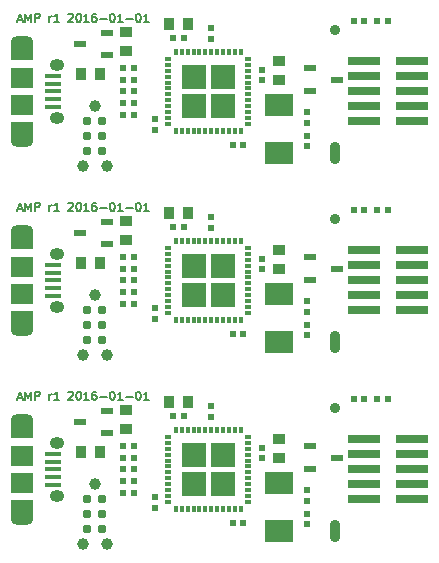
<source format=gts>
G04 #@! TF.FileFunction,Soldermask,Top*
%FSLAX46Y46*%
G04 Gerber Fmt 4.6, Leading zero omitted, Abs format (unit mm)*
G04 Created by KiCad (PCBNEW 0.201512311516+6410~40~ubuntu14.04.1-stable) date Sun 03 Jan 2016 08:23:42 GMT*
%MOMM*%
G01*
G04 APERTURE LIST*
%ADD10C,0.100000*%
%ADD11C,0.150000*%
%ADD12R,0.950000X1.000000*%
%ADD13R,1.000000X0.950000*%
%ADD14R,0.620000X0.620000*%
%ADD15R,1.000000X0.600000*%
%ADD16C,0.787000*%
%ADD17C,1.000000*%
%ADD18R,2.400000X1.900000*%
%ADD19R,2.790000X0.740000*%
%ADD20R,1.350000X0.400000*%
%ADD21O,1.250000X1.000000*%
%ADD22R,1.900000X1.800000*%
%ADD23R,1.900000X1.575000*%
%ADD24O,1.900000X1.000000*%
%ADD25C,0.900000*%
%ADD26O,0.900000X1.900000*%
%ADD27R,0.550000X0.300000*%
%ADD28R,0.300000X0.550000*%
%ADD29R,2.002000X2.002000*%
G04 APERTURE END LIST*
D10*
D11*
X101133333Y-93916667D02*
X101466667Y-93916667D01*
X101066667Y-94116667D02*
X101300000Y-93416667D01*
X101533333Y-94116667D01*
X101766667Y-94116667D02*
X101766667Y-93416667D01*
X102000000Y-93916667D01*
X102233333Y-93416667D01*
X102233333Y-94116667D01*
X102566667Y-94116667D02*
X102566667Y-93416667D01*
X102833333Y-93416667D01*
X102900000Y-93450000D01*
X102933333Y-93483333D01*
X102966667Y-93550000D01*
X102966667Y-93650000D01*
X102933333Y-93716667D01*
X102900000Y-93750000D01*
X102833333Y-93783333D01*
X102566667Y-93783333D01*
X103800000Y-94116667D02*
X103800000Y-93650000D01*
X103800000Y-93783333D02*
X103833333Y-93716667D01*
X103866666Y-93683333D01*
X103933333Y-93650000D01*
X104000000Y-93650000D01*
X104599999Y-94116667D02*
X104199999Y-94116667D01*
X104399999Y-94116667D02*
X104399999Y-93416667D01*
X104333333Y-93516667D01*
X104266666Y-93583333D01*
X104199999Y-93616667D01*
X105399999Y-93483333D02*
X105433333Y-93450000D01*
X105499999Y-93416667D01*
X105666666Y-93416667D01*
X105733333Y-93450000D01*
X105766666Y-93483333D01*
X105799999Y-93550000D01*
X105799999Y-93616667D01*
X105766666Y-93716667D01*
X105366666Y-94116667D01*
X105799999Y-94116667D01*
X106233333Y-93416667D02*
X106300000Y-93416667D01*
X106366666Y-93450000D01*
X106400000Y-93483333D01*
X106433333Y-93550000D01*
X106466666Y-93683333D01*
X106466666Y-93850000D01*
X106433333Y-93983333D01*
X106400000Y-94050000D01*
X106366666Y-94083333D01*
X106300000Y-94116667D01*
X106233333Y-94116667D01*
X106166666Y-94083333D01*
X106133333Y-94050000D01*
X106100000Y-93983333D01*
X106066666Y-93850000D01*
X106066666Y-93683333D01*
X106100000Y-93550000D01*
X106133333Y-93483333D01*
X106166666Y-93450000D01*
X106233333Y-93416667D01*
X107133333Y-94116667D02*
X106733333Y-94116667D01*
X106933333Y-94116667D02*
X106933333Y-93416667D01*
X106866667Y-93516667D01*
X106800000Y-93583333D01*
X106733333Y-93616667D01*
X107733334Y-93416667D02*
X107600000Y-93416667D01*
X107533334Y-93450000D01*
X107500000Y-93483333D01*
X107433334Y-93583333D01*
X107400000Y-93716667D01*
X107400000Y-93983333D01*
X107433334Y-94050000D01*
X107466667Y-94083333D01*
X107533334Y-94116667D01*
X107666667Y-94116667D01*
X107733334Y-94083333D01*
X107766667Y-94050000D01*
X107800000Y-93983333D01*
X107800000Y-93816667D01*
X107766667Y-93750000D01*
X107733334Y-93716667D01*
X107666667Y-93683333D01*
X107533334Y-93683333D01*
X107466667Y-93716667D01*
X107433334Y-93750000D01*
X107400000Y-93816667D01*
X108100001Y-93850000D02*
X108633334Y-93850000D01*
X109100001Y-93416667D02*
X109166668Y-93416667D01*
X109233334Y-93450000D01*
X109266668Y-93483333D01*
X109300001Y-93550000D01*
X109333334Y-93683333D01*
X109333334Y-93850000D01*
X109300001Y-93983333D01*
X109266668Y-94050000D01*
X109233334Y-94083333D01*
X109166668Y-94116667D01*
X109100001Y-94116667D01*
X109033334Y-94083333D01*
X109000001Y-94050000D01*
X108966668Y-93983333D01*
X108933334Y-93850000D01*
X108933334Y-93683333D01*
X108966668Y-93550000D01*
X109000001Y-93483333D01*
X109033334Y-93450000D01*
X109100001Y-93416667D01*
X110000001Y-94116667D02*
X109600001Y-94116667D01*
X109800001Y-94116667D02*
X109800001Y-93416667D01*
X109733335Y-93516667D01*
X109666668Y-93583333D01*
X109600001Y-93616667D01*
X110300002Y-93850000D02*
X110833335Y-93850000D01*
X111300002Y-93416667D02*
X111366669Y-93416667D01*
X111433335Y-93450000D01*
X111466669Y-93483333D01*
X111500002Y-93550000D01*
X111533335Y-93683333D01*
X111533335Y-93850000D01*
X111500002Y-93983333D01*
X111466669Y-94050000D01*
X111433335Y-94083333D01*
X111366669Y-94116667D01*
X111300002Y-94116667D01*
X111233335Y-94083333D01*
X111200002Y-94050000D01*
X111166669Y-93983333D01*
X111133335Y-93850000D01*
X111133335Y-93683333D01*
X111166669Y-93550000D01*
X111200002Y-93483333D01*
X111233335Y-93450000D01*
X111300002Y-93416667D01*
X112200002Y-94116667D02*
X111800002Y-94116667D01*
X112000002Y-94116667D02*
X112000002Y-93416667D01*
X111933336Y-93516667D01*
X111866669Y-93583333D01*
X111800002Y-93616667D01*
X101133333Y-109916667D02*
X101466667Y-109916667D01*
X101066667Y-110116667D02*
X101300000Y-109416667D01*
X101533333Y-110116667D01*
X101766667Y-110116667D02*
X101766667Y-109416667D01*
X102000000Y-109916667D01*
X102233333Y-109416667D01*
X102233333Y-110116667D01*
X102566667Y-110116667D02*
X102566667Y-109416667D01*
X102833333Y-109416667D01*
X102900000Y-109450000D01*
X102933333Y-109483333D01*
X102966667Y-109550000D01*
X102966667Y-109650000D01*
X102933333Y-109716667D01*
X102900000Y-109750000D01*
X102833333Y-109783333D01*
X102566667Y-109783333D01*
X103800000Y-110116667D02*
X103800000Y-109650000D01*
X103800000Y-109783333D02*
X103833333Y-109716667D01*
X103866666Y-109683333D01*
X103933333Y-109650000D01*
X104000000Y-109650000D01*
X104599999Y-110116667D02*
X104199999Y-110116667D01*
X104399999Y-110116667D02*
X104399999Y-109416667D01*
X104333333Y-109516667D01*
X104266666Y-109583333D01*
X104199999Y-109616667D01*
X105399999Y-109483333D02*
X105433333Y-109450000D01*
X105499999Y-109416667D01*
X105666666Y-109416667D01*
X105733333Y-109450000D01*
X105766666Y-109483333D01*
X105799999Y-109550000D01*
X105799999Y-109616667D01*
X105766666Y-109716667D01*
X105366666Y-110116667D01*
X105799999Y-110116667D01*
X106233333Y-109416667D02*
X106300000Y-109416667D01*
X106366666Y-109450000D01*
X106400000Y-109483333D01*
X106433333Y-109550000D01*
X106466666Y-109683333D01*
X106466666Y-109850000D01*
X106433333Y-109983333D01*
X106400000Y-110050000D01*
X106366666Y-110083333D01*
X106300000Y-110116667D01*
X106233333Y-110116667D01*
X106166666Y-110083333D01*
X106133333Y-110050000D01*
X106100000Y-109983333D01*
X106066666Y-109850000D01*
X106066666Y-109683333D01*
X106100000Y-109550000D01*
X106133333Y-109483333D01*
X106166666Y-109450000D01*
X106233333Y-109416667D01*
X107133333Y-110116667D02*
X106733333Y-110116667D01*
X106933333Y-110116667D02*
X106933333Y-109416667D01*
X106866667Y-109516667D01*
X106800000Y-109583333D01*
X106733333Y-109616667D01*
X107733334Y-109416667D02*
X107600000Y-109416667D01*
X107533334Y-109450000D01*
X107500000Y-109483333D01*
X107433334Y-109583333D01*
X107400000Y-109716667D01*
X107400000Y-109983333D01*
X107433334Y-110050000D01*
X107466667Y-110083333D01*
X107533334Y-110116667D01*
X107666667Y-110116667D01*
X107733334Y-110083333D01*
X107766667Y-110050000D01*
X107800000Y-109983333D01*
X107800000Y-109816667D01*
X107766667Y-109750000D01*
X107733334Y-109716667D01*
X107666667Y-109683333D01*
X107533334Y-109683333D01*
X107466667Y-109716667D01*
X107433334Y-109750000D01*
X107400000Y-109816667D01*
X108100001Y-109850000D02*
X108633334Y-109850000D01*
X109100001Y-109416667D02*
X109166668Y-109416667D01*
X109233334Y-109450000D01*
X109266668Y-109483333D01*
X109300001Y-109550000D01*
X109333334Y-109683333D01*
X109333334Y-109850000D01*
X109300001Y-109983333D01*
X109266668Y-110050000D01*
X109233334Y-110083333D01*
X109166668Y-110116667D01*
X109100001Y-110116667D01*
X109033334Y-110083333D01*
X109000001Y-110050000D01*
X108966668Y-109983333D01*
X108933334Y-109850000D01*
X108933334Y-109683333D01*
X108966668Y-109550000D01*
X109000001Y-109483333D01*
X109033334Y-109450000D01*
X109100001Y-109416667D01*
X110000001Y-110116667D02*
X109600001Y-110116667D01*
X109800001Y-110116667D02*
X109800001Y-109416667D01*
X109733335Y-109516667D01*
X109666668Y-109583333D01*
X109600001Y-109616667D01*
X110300002Y-109850000D02*
X110833335Y-109850000D01*
X111300002Y-109416667D02*
X111366669Y-109416667D01*
X111433335Y-109450000D01*
X111466669Y-109483333D01*
X111500002Y-109550000D01*
X111533335Y-109683333D01*
X111533335Y-109850000D01*
X111500002Y-109983333D01*
X111466669Y-110050000D01*
X111433335Y-110083333D01*
X111366669Y-110116667D01*
X111300002Y-110116667D01*
X111233335Y-110083333D01*
X111200002Y-110050000D01*
X111166669Y-109983333D01*
X111133335Y-109850000D01*
X111133335Y-109683333D01*
X111166669Y-109550000D01*
X111200002Y-109483333D01*
X111233335Y-109450000D01*
X111300002Y-109416667D01*
X112200002Y-110116667D02*
X111800002Y-110116667D01*
X112000002Y-110116667D02*
X112000002Y-109416667D01*
X111933336Y-109516667D01*
X111866669Y-109583333D01*
X111800002Y-109616667D01*
X101133333Y-125916667D02*
X101466667Y-125916667D01*
X101066667Y-126116667D02*
X101300000Y-125416667D01*
X101533333Y-126116667D01*
X101766667Y-126116667D02*
X101766667Y-125416667D01*
X102000000Y-125916667D01*
X102233333Y-125416667D01*
X102233333Y-126116667D01*
X102566667Y-126116667D02*
X102566667Y-125416667D01*
X102833333Y-125416667D01*
X102900000Y-125450000D01*
X102933333Y-125483333D01*
X102966667Y-125550000D01*
X102966667Y-125650000D01*
X102933333Y-125716667D01*
X102900000Y-125750000D01*
X102833333Y-125783333D01*
X102566667Y-125783333D01*
X103800000Y-126116667D02*
X103800000Y-125650000D01*
X103800000Y-125783333D02*
X103833333Y-125716667D01*
X103866666Y-125683333D01*
X103933333Y-125650000D01*
X104000000Y-125650000D01*
X104599999Y-126116667D02*
X104199999Y-126116667D01*
X104399999Y-126116667D02*
X104399999Y-125416667D01*
X104333333Y-125516667D01*
X104266666Y-125583333D01*
X104199999Y-125616667D01*
X105399999Y-125483333D02*
X105433333Y-125450000D01*
X105499999Y-125416667D01*
X105666666Y-125416667D01*
X105733333Y-125450000D01*
X105766666Y-125483333D01*
X105799999Y-125550000D01*
X105799999Y-125616667D01*
X105766666Y-125716667D01*
X105366666Y-126116667D01*
X105799999Y-126116667D01*
X106233333Y-125416667D02*
X106300000Y-125416667D01*
X106366666Y-125450000D01*
X106400000Y-125483333D01*
X106433333Y-125550000D01*
X106466666Y-125683333D01*
X106466666Y-125850000D01*
X106433333Y-125983333D01*
X106400000Y-126050000D01*
X106366666Y-126083333D01*
X106300000Y-126116667D01*
X106233333Y-126116667D01*
X106166666Y-126083333D01*
X106133333Y-126050000D01*
X106100000Y-125983333D01*
X106066666Y-125850000D01*
X106066666Y-125683333D01*
X106100000Y-125550000D01*
X106133333Y-125483333D01*
X106166666Y-125450000D01*
X106233333Y-125416667D01*
X107133333Y-126116667D02*
X106733333Y-126116667D01*
X106933333Y-126116667D02*
X106933333Y-125416667D01*
X106866667Y-125516667D01*
X106800000Y-125583333D01*
X106733333Y-125616667D01*
X107733334Y-125416667D02*
X107600000Y-125416667D01*
X107533334Y-125450000D01*
X107500000Y-125483333D01*
X107433334Y-125583333D01*
X107400000Y-125716667D01*
X107400000Y-125983333D01*
X107433334Y-126050000D01*
X107466667Y-126083333D01*
X107533334Y-126116667D01*
X107666667Y-126116667D01*
X107733334Y-126083333D01*
X107766667Y-126050000D01*
X107800000Y-125983333D01*
X107800000Y-125816667D01*
X107766667Y-125750000D01*
X107733334Y-125716667D01*
X107666667Y-125683333D01*
X107533334Y-125683333D01*
X107466667Y-125716667D01*
X107433334Y-125750000D01*
X107400000Y-125816667D01*
X108100001Y-125850000D02*
X108633334Y-125850000D01*
X109100001Y-125416667D02*
X109166668Y-125416667D01*
X109233334Y-125450000D01*
X109266668Y-125483333D01*
X109300001Y-125550000D01*
X109333334Y-125683333D01*
X109333334Y-125850000D01*
X109300001Y-125983333D01*
X109266668Y-126050000D01*
X109233334Y-126083333D01*
X109166668Y-126116667D01*
X109100001Y-126116667D01*
X109033334Y-126083333D01*
X109000001Y-126050000D01*
X108966668Y-125983333D01*
X108933334Y-125850000D01*
X108933334Y-125683333D01*
X108966668Y-125550000D01*
X109000001Y-125483333D01*
X109033334Y-125450000D01*
X109100001Y-125416667D01*
X110000001Y-126116667D02*
X109600001Y-126116667D01*
X109800001Y-126116667D02*
X109800001Y-125416667D01*
X109733335Y-125516667D01*
X109666668Y-125583333D01*
X109600001Y-125616667D01*
X110300002Y-125850000D02*
X110833335Y-125850000D01*
X111300002Y-125416667D02*
X111366669Y-125416667D01*
X111433335Y-125450000D01*
X111466669Y-125483333D01*
X111500002Y-125550000D01*
X111533335Y-125683333D01*
X111533335Y-125850000D01*
X111500002Y-125983333D01*
X111466669Y-126050000D01*
X111433335Y-126083333D01*
X111366669Y-126116667D01*
X111300002Y-126116667D01*
X111233335Y-126083333D01*
X111200002Y-126050000D01*
X111166669Y-125983333D01*
X111133335Y-125850000D01*
X111133335Y-125683333D01*
X111166669Y-125550000D01*
X111200002Y-125483333D01*
X111233335Y-125450000D01*
X111300002Y-125416667D01*
X112200002Y-126116667D02*
X111800002Y-126116667D01*
X112000002Y-126116667D02*
X112000002Y-125416667D01*
X111933336Y-125516667D01*
X111866669Y-125583333D01*
X111800002Y-125616667D01*
D12*
X115550000Y-94300000D03*
X113950000Y-94300000D03*
X115550000Y-110300000D03*
X113950000Y-110300000D03*
X115550000Y-126300000D03*
X113950000Y-126300000D03*
D13*
X123250000Y-99000000D03*
X123250000Y-97400000D03*
X123250000Y-115000000D03*
X123250000Y-113400000D03*
X123250000Y-131000000D03*
X123250000Y-129400000D03*
D14*
X115200000Y-95500000D03*
X114300000Y-95500000D03*
X115200000Y-111500000D03*
X114300000Y-111500000D03*
X115200000Y-127500000D03*
X114300000Y-127500000D03*
X119300000Y-104500000D03*
X120200000Y-104500000D03*
X119300000Y-120500000D03*
X120200000Y-120500000D03*
X119300000Y-136500000D03*
X120200000Y-136500000D03*
X112750000Y-102350000D03*
X112750000Y-103250000D03*
X112750000Y-118350000D03*
X112750000Y-119250000D03*
X112750000Y-134350000D03*
X112750000Y-135250000D03*
X121800000Y-99050000D03*
X121800000Y-98150000D03*
X121800000Y-115050000D03*
X121800000Y-114150000D03*
X121800000Y-131050000D03*
X121800000Y-130150000D03*
X125600000Y-103750000D03*
X125600000Y-104650000D03*
X125600000Y-119750000D03*
X125600000Y-120650000D03*
X125600000Y-135750000D03*
X125600000Y-136650000D03*
X117500000Y-94650000D03*
X117500000Y-95550000D03*
X117500000Y-110650000D03*
X117500000Y-111550000D03*
X117500000Y-126650000D03*
X117500000Y-127550000D03*
X125600000Y-102650000D03*
X125600000Y-101750000D03*
X125600000Y-118650000D03*
X125600000Y-117750000D03*
X125600000Y-134650000D03*
X125600000Y-133750000D03*
D12*
X108050000Y-98500000D03*
X106450000Y-98500000D03*
X108050000Y-114500000D03*
X106450000Y-114500000D03*
X108050000Y-130500000D03*
X106450000Y-130500000D03*
D15*
X108650000Y-96950000D03*
X108650000Y-95050000D03*
X106350000Y-96000000D03*
X108650000Y-112950000D03*
X108650000Y-111050000D03*
X106350000Y-112000000D03*
X108650000Y-128950000D03*
X108650000Y-127050000D03*
X106350000Y-128000000D03*
D16*
X107000000Y-102480000D03*
X108270000Y-102480000D03*
X107000000Y-103750000D03*
X108270000Y-103750000D03*
X107000000Y-105020000D03*
X108270000Y-105020000D03*
D17*
X107635000Y-101210000D03*
X106619000Y-106290000D03*
X108651000Y-106290000D03*
D16*
X107000000Y-118480000D03*
X108270000Y-118480000D03*
X107000000Y-119750000D03*
X108270000Y-119750000D03*
X107000000Y-121020000D03*
X108270000Y-121020000D03*
D17*
X107635000Y-117210000D03*
X106619000Y-122290000D03*
X108651000Y-122290000D03*
D16*
X107000000Y-134480000D03*
X108270000Y-134480000D03*
X107000000Y-135750000D03*
X108270000Y-135750000D03*
X107000000Y-137020000D03*
X108270000Y-137020000D03*
D17*
X107635000Y-133210000D03*
X106619000Y-138290000D03*
X108651000Y-138290000D03*
D15*
X125850000Y-98050000D03*
X125850000Y-99950000D03*
X128150000Y-99000000D03*
X125850000Y-114050000D03*
X125850000Y-115950000D03*
X128150000Y-115000000D03*
X125850000Y-130050000D03*
X125850000Y-131950000D03*
X128150000Y-131000000D03*
D14*
X110950000Y-99000000D03*
X110050000Y-99000000D03*
X110950000Y-115000000D03*
X110050000Y-115000000D03*
X110950000Y-131000000D03*
X110050000Y-131000000D03*
X110050000Y-98000000D03*
X110950000Y-98000000D03*
X110050000Y-114000000D03*
X110950000Y-114000000D03*
X110050000Y-130000000D03*
X110950000Y-130000000D03*
X110950000Y-102000000D03*
X110050000Y-102000000D03*
X110950000Y-118000000D03*
X110050000Y-118000000D03*
X110950000Y-134000000D03*
X110050000Y-134000000D03*
X110950000Y-100000000D03*
X110050000Y-100000000D03*
X110950000Y-116000000D03*
X110050000Y-116000000D03*
X110950000Y-132000000D03*
X110050000Y-132000000D03*
X110950000Y-101000000D03*
X110050000Y-101000000D03*
X110950000Y-117000000D03*
X110050000Y-117000000D03*
X110950000Y-133000000D03*
X110050000Y-133000000D03*
X131550000Y-94000000D03*
X132450000Y-94000000D03*
X131550000Y-110000000D03*
X132450000Y-110000000D03*
X131550000Y-126000000D03*
X132450000Y-126000000D03*
X129550000Y-94000000D03*
X130450000Y-94000000D03*
X129550000Y-110000000D03*
X130450000Y-110000000D03*
X129550000Y-126000000D03*
X130450000Y-126000000D03*
D18*
X123250000Y-105250000D03*
X123250000Y-101150000D03*
X123250000Y-121250000D03*
X123250000Y-117150000D03*
X123250000Y-137250000D03*
X123250000Y-133150000D03*
D13*
X110250000Y-96550000D03*
X110250000Y-94950000D03*
X110250000Y-112550000D03*
X110250000Y-110950000D03*
X110250000Y-128550000D03*
X110250000Y-126950000D03*
D19*
X130465000Y-97460000D03*
X134535000Y-97460000D03*
X130465000Y-98730000D03*
X134535000Y-98730000D03*
X130465000Y-100000000D03*
X134535000Y-100000000D03*
X130465000Y-101270000D03*
X134535000Y-101270000D03*
X130465000Y-102540000D03*
X134535000Y-102540000D03*
X130465000Y-113460000D03*
X134535000Y-113460000D03*
X130465000Y-114730000D03*
X134535000Y-114730000D03*
X130465000Y-116000000D03*
X134535000Y-116000000D03*
X130465000Y-117270000D03*
X134535000Y-117270000D03*
X130465000Y-118540000D03*
X134535000Y-118540000D03*
X130465000Y-129460000D03*
X134535000Y-129460000D03*
X130465000Y-130730000D03*
X134535000Y-130730000D03*
X130465000Y-132000000D03*
X134535000Y-132000000D03*
X130465000Y-133270000D03*
X134535000Y-133270000D03*
X130465000Y-134540000D03*
X134535000Y-134540000D03*
D20*
X104125000Y-99990000D03*
X104125000Y-100640000D03*
X104125000Y-99340000D03*
X104125000Y-98690000D03*
X104125000Y-101290000D03*
D21*
X104450000Y-102215000D03*
X104450000Y-97765000D03*
D22*
X101450000Y-101140000D03*
X101450000Y-98840000D03*
D23*
X101450000Y-103377500D03*
D24*
X101450000Y-104165000D03*
D23*
X101450000Y-96602500D03*
D24*
X101450000Y-95815000D03*
D20*
X104125000Y-115990000D03*
X104125000Y-116640000D03*
X104125000Y-115340000D03*
X104125000Y-114690000D03*
X104125000Y-117290000D03*
D21*
X104450000Y-118215000D03*
X104450000Y-113765000D03*
D22*
X101450000Y-117140000D03*
X101450000Y-114840000D03*
D23*
X101450000Y-119377500D03*
D24*
X101450000Y-120165000D03*
D23*
X101450000Y-112602500D03*
D24*
X101450000Y-111815000D03*
D20*
X104125000Y-131990000D03*
X104125000Y-132640000D03*
X104125000Y-131340000D03*
X104125000Y-130690000D03*
X104125000Y-133290000D03*
D21*
X104450000Y-134215000D03*
X104450000Y-129765000D03*
D22*
X101450000Y-133140000D03*
X101450000Y-130840000D03*
D23*
X101450000Y-135377500D03*
D24*
X101450000Y-136165000D03*
D23*
X101450000Y-128602500D03*
D24*
X101450000Y-127815000D03*
D25*
X128000000Y-94800000D03*
D26*
X128000000Y-105200000D03*
D25*
X128000000Y-110800000D03*
D26*
X128000000Y-121200000D03*
D25*
X128000000Y-126800000D03*
D26*
X128000000Y-137200000D03*
D27*
X120625000Y-102750000D03*
X120625000Y-102250000D03*
X120625000Y-101750000D03*
X120625000Y-101250000D03*
X120625000Y-100750000D03*
X120625000Y-100250000D03*
X120625000Y-99750000D03*
X120625000Y-99250000D03*
X120625000Y-98750000D03*
X120625000Y-98250000D03*
X120625000Y-97750000D03*
X120625000Y-97250000D03*
D28*
X120000000Y-96625000D03*
X119500000Y-96625000D03*
X119000000Y-96625000D03*
X118500000Y-96625000D03*
X118000000Y-96625000D03*
X117500000Y-96625000D03*
X117000000Y-96625000D03*
X116500000Y-96625000D03*
X116000000Y-96625000D03*
X115500000Y-96625000D03*
X115000000Y-96625000D03*
X114500000Y-96625000D03*
D27*
X113875000Y-97250000D03*
X113875000Y-97750000D03*
X113875000Y-98250000D03*
X113875000Y-98750000D03*
X113875000Y-99250000D03*
X113875000Y-99750000D03*
X113875000Y-100250000D03*
X113875000Y-100750000D03*
X113875000Y-101250000D03*
X113875000Y-101750000D03*
X113875000Y-102250000D03*
X113875000Y-102750000D03*
D28*
X114500000Y-103375000D03*
X115000000Y-103375000D03*
X115500000Y-103375000D03*
X116000000Y-103375000D03*
X116500000Y-103375000D03*
X117000000Y-103375000D03*
X117500000Y-103375000D03*
X118000000Y-103375000D03*
X118500000Y-103375000D03*
X119000000Y-103375000D03*
X119500000Y-103375000D03*
X120000000Y-103375000D03*
D29*
X118500000Y-101250000D03*
X118500000Y-98750000D03*
X116000000Y-101250000D03*
X116000000Y-98750000D03*
D27*
X120625000Y-118750000D03*
X120625000Y-118250000D03*
X120625000Y-117750000D03*
X120625000Y-117250000D03*
X120625000Y-116750000D03*
X120625000Y-116250000D03*
X120625000Y-115750000D03*
X120625000Y-115250000D03*
X120625000Y-114750000D03*
X120625000Y-114250000D03*
X120625000Y-113750000D03*
X120625000Y-113250000D03*
D28*
X120000000Y-112625000D03*
X119500000Y-112625000D03*
X119000000Y-112625000D03*
X118500000Y-112625000D03*
X118000000Y-112625000D03*
X117500000Y-112625000D03*
X117000000Y-112625000D03*
X116500000Y-112625000D03*
X116000000Y-112625000D03*
X115500000Y-112625000D03*
X115000000Y-112625000D03*
X114500000Y-112625000D03*
D27*
X113875000Y-113250000D03*
X113875000Y-113750000D03*
X113875000Y-114250000D03*
X113875000Y-114750000D03*
X113875000Y-115250000D03*
X113875000Y-115750000D03*
X113875000Y-116250000D03*
X113875000Y-116750000D03*
X113875000Y-117250000D03*
X113875000Y-117750000D03*
X113875000Y-118250000D03*
X113875000Y-118750000D03*
D28*
X114500000Y-119375000D03*
X115000000Y-119375000D03*
X115500000Y-119375000D03*
X116000000Y-119375000D03*
X116500000Y-119375000D03*
X117000000Y-119375000D03*
X117500000Y-119375000D03*
X118000000Y-119375000D03*
X118500000Y-119375000D03*
X119000000Y-119375000D03*
X119500000Y-119375000D03*
X120000000Y-119375000D03*
D29*
X118500000Y-117250000D03*
X118500000Y-114750000D03*
X116000000Y-117250000D03*
X116000000Y-114750000D03*
D27*
X120625000Y-134750000D03*
X120625000Y-134250000D03*
X120625000Y-133750000D03*
X120625000Y-133250000D03*
X120625000Y-132750000D03*
X120625000Y-132250000D03*
X120625000Y-131750000D03*
X120625000Y-131250000D03*
X120625000Y-130750000D03*
X120625000Y-130250000D03*
X120625000Y-129750000D03*
X120625000Y-129250000D03*
D28*
X120000000Y-128625000D03*
X119500000Y-128625000D03*
X119000000Y-128625000D03*
X118500000Y-128625000D03*
X118000000Y-128625000D03*
X117500000Y-128625000D03*
X117000000Y-128625000D03*
X116500000Y-128625000D03*
X116000000Y-128625000D03*
X115500000Y-128625000D03*
X115000000Y-128625000D03*
X114500000Y-128625000D03*
D27*
X113875000Y-129250000D03*
X113875000Y-129750000D03*
X113875000Y-130250000D03*
X113875000Y-130750000D03*
X113875000Y-131250000D03*
X113875000Y-131750000D03*
X113875000Y-132250000D03*
X113875000Y-132750000D03*
X113875000Y-133250000D03*
X113875000Y-133750000D03*
X113875000Y-134250000D03*
X113875000Y-134750000D03*
D28*
X114500000Y-135375000D03*
X115000000Y-135375000D03*
X115500000Y-135375000D03*
X116000000Y-135375000D03*
X116500000Y-135375000D03*
X117000000Y-135375000D03*
X117500000Y-135375000D03*
X118000000Y-135375000D03*
X118500000Y-135375000D03*
X119000000Y-135375000D03*
X119500000Y-135375000D03*
X120000000Y-135375000D03*
D29*
X118500000Y-133250000D03*
X118500000Y-130750000D03*
X116000000Y-133250000D03*
X116000000Y-130750000D03*
M02*

</source>
